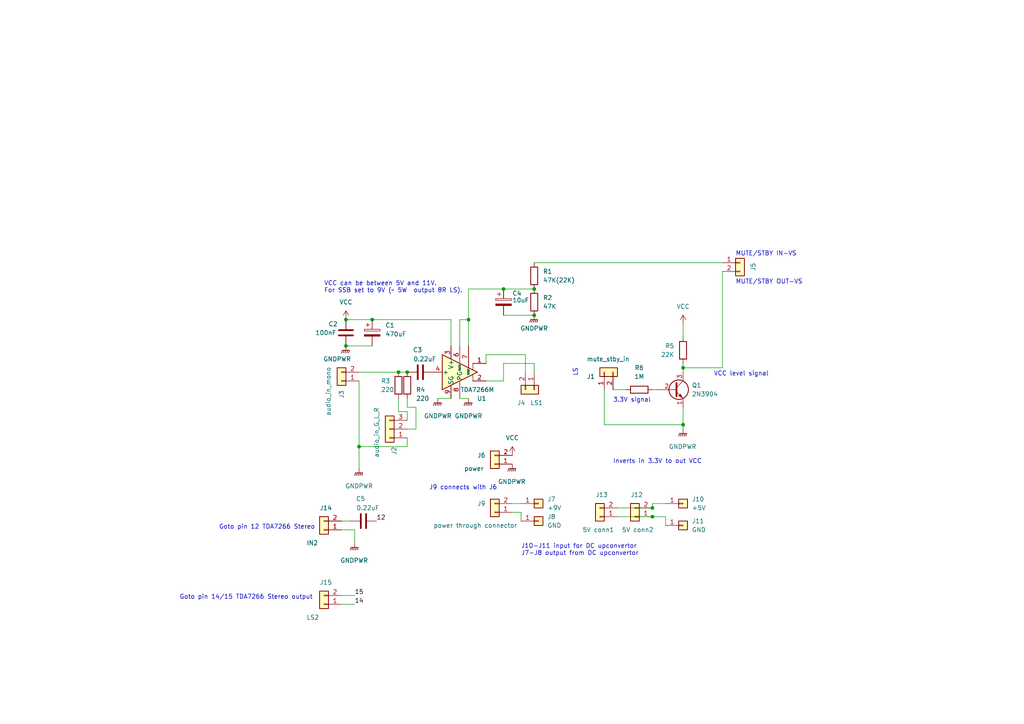
<source format=kicad_sch>
(kicad_sch (version 20211123) (generator eeschema)
  (paper "A4")
  (lib_symbols
    (symbol "Amplifier_Audio:TDA7266M" (pin_names (offset 0.127))
      (property "Reference" "U" (at 5.08 5.08 0))
      (property "Value" "TDA7266M" (at 5.08 -5.08 0))
      (symbol "TDA7266M_0_1"
        (polyline (pts (xy 3.81 -0.635) (xy 3.81 -2.54)))
        (polyline (pts (xy 3.81 2.54) (xy 3.81 0.635)))
        (polyline (pts (xy 5.08 0) (xy -5.08 5.08) (xy -5.08 -5.08) (xy 5.08 0)) (stroke (width 0.254)) (fill (type background)))
      )
      (symbol "TDA7266M_1_1"
        (pin output line (at 7.62 2.54 180) (length 3.81) (name "~") (number "1"))
        (pin no_connect line (at 0 2.54 270) (length 2.54) hide (name "NC") (number "10"))
        (pin no_connect line (at 2.54 2.54 270) (length 2.54) hide (name "NC") (number "11"))
        (pin no_connect line (at -2.54 -2.54 90) (length 2.54) hide (name "NC") (number "12"))
        (pin passive line (at -2.54 7.62 270) (length 3.81) hide (name "V+") (number "13"))
        (pin no_connect line (at 0 -2.54 90) (length 2.54) hide (name "NC") (number "14"))
        (pin no_connect line (at 2.54 -2.54 90) (length 2.54) hide (name "NC") (number "15"))
        (pin output line (at 7.62 -2.54 180) (length 3.81) (name "~") (number "2"))
        (pin power_in line (at -2.54 7.62 270) (length 3.81) (name "V+") (number "3"))
        (pin input line (at -7.62 0 0) (length 2.54) (name "+") (number "4"))
        (pin no_connect line (at -2.54 2.54 270) (length 2.54) hide (name "NC") (number "5"))
        (pin input line (at 0 7.62 270) (length 5.08) (name "MUTE") (number "6"))
        (pin input line (at 2.54 7.62 270) (length 6.35) (name "STBY") (number "7"))
        (pin power_in line (at 0 -7.62 90) (length 5.08) (name "PG") (number "8"))
        (pin power_in line (at -2.54 -7.62 90) (length 3.81) (name "SG") (number "9"))
      )
    )
    (symbol "Connector_Generic:Conn_01x01" (pin_names (offset 1.016) hide)
      (property "Reference" "J" (at 0 2.54 0))
      (property "Value" "Conn_01x01" (at 0 -2.54 0))
      (symbol "Conn_01x01_1_1"
        (rectangle (start -1.27 0.127) (end 0 -0.127) (stroke (width 0.1524)))
        (rectangle (start -1.27 1.27) (end 1.27 -1.27) (stroke (width 0.254)) (fill (type background)))
        (pin passive line (at -5.08 0 0) (length 3.81) (name "Pin_1") (number "1"))
      )
    )
    (symbol "Connector_Generic:Conn_01x02" (pin_names (offset 1.016) hide)
      (property "Reference" "J" (at 0 2.54 0))
      (property "Value" "Conn_01x02" (at 0 -5.08 0))
      (symbol "Conn_01x02_1_1"
        (rectangle (start -1.27 -2.413) (end 0 -2.667) (stroke (width 0.1524)))
        (rectangle (start -1.27 0.127) (end 0 -0.127) (stroke (width 0.1524)))
        (rectangle (start -1.27 1.27) (end 1.27 -3.81) (stroke (width 0.254)) (fill (type background)))
        (pin passive line (at -5.08 0 0) (length 3.81) (name "Pin_1") (number "1"))
        (pin passive line (at -5.08 -2.54 0) (length 3.81) (name "Pin_2") (number "2"))
      )
    )
    (symbol "Connector_Generic:Conn_01x03" (pin_names (offset 1.016) hide)
      (property "Reference" "J" (at 0 5.08 0))
      (property "Value" "Conn_01x03" (at 0 -5.08 0))
      (symbol "Conn_01x03_1_1"
        (rectangle (start -1.27 -2.413) (end 0 -2.667) (stroke (width 0.1524)))
        (rectangle (start -1.27 0.127) (end 0 -0.127) (stroke (width 0.1524)))
        (rectangle (start -1.27 2.667) (end 0 2.413) (stroke (width 0.1524)))
        (rectangle (start -1.27 3.81) (end 1.27 -3.81) (stroke (width 0.254)) (fill (type background)))
        (pin passive line (at -5.08 2.54 0) (length 3.81) (name "Pin_1") (number "1"))
        (pin passive line (at -5.08 0 0) (length 3.81) (name "Pin_2") (number "2"))
        (pin passive line (at -5.08 -2.54 0) (length 3.81) (name "Pin_3") (number "3"))
      )
    )
    (symbol "Device:C" (pin_numbers hide) (pin_names (offset 0.254))
      (property "Reference" "C" (at 0.635 2.54 0))
      (property "Value" "C" (at 0.635 -2.54 0))
      (symbol "C_0_1"
        (polyline (pts (xy -2.032 -0.762) (xy 2.032 -0.762)) (stroke (width 0.508)))
        (polyline (pts (xy -2.032 0.762) (xy 2.032 0.762)) (stroke (width 0.508)))
      )
      (symbol "C_1_1"
        (pin passive line (at 0 3.81 270) (length 2.794) (name "~") (number "1"))
        (pin passive line (at 0 -3.81 90) (length 2.794) (name "~") (number "2"))
      )
    )
    (symbol "Device:C_Polarized" (pin_numbers hide) (pin_names (offset 0.254))
      (property "Reference" "C" (at 0.635 2.54 0))
      (property "Value" "C_Polarized" (at 0.635 -2.54 0))
      (symbol "C_Polarized_0_1"
        (rectangle (start -2.286 0.508) (end 2.286 1.016))
        (polyline (pts (xy -1.778 2.286) (xy -0.762 2.286)))
        (polyline (pts (xy -1.27 2.794) (xy -1.27 1.778)))
        (rectangle (start 2.286 -0.508) (end -2.286 -1.016) (fill (type outline)))
      )
      (symbol "C_Polarized_1_1"
        (pin passive line (at 0 3.81 270) (length 2.794) (name "~") (number "1"))
        (pin passive line (at 0 -3.81 90) (length 2.794) (name "~") (number "2"))
      )
    )
    (symbol "Device:R" (pin_numbers hide) (pin_names (offset 0))
      (property "Reference" "R" (at 2.032 0 90))
      (property "Value" "R" (at 0 0 90))
      (symbol "R_0_1"
        (rectangle (start -1.016 -2.54) (end 1.016 2.54) (stroke (width 0.254)))
      )
      (symbol "R_1_1"
        (pin passive line (at 0 3.81 270) (length 1.27) (name "~") (number "1"))
        (pin passive line (at 0 -3.81 90) (length 1.27) (name "~") (number "2"))
      )
    )
    (symbol "Transistor_BJT:2N3904" (pin_names (offset 0) hide)
      (property "Reference" "Q" (at 5.08 1.905 0))
      (property "Value" "2N3904" (at 5.08 0 0))
      (symbol "2N3904_0_1"
        (polyline (pts (xy 0.635 0.635) (xy 2.54 2.54)))
        (polyline (pts (xy 0.635 -0.635) (xy 2.54 -2.54) (xy 2.54 -2.54)))
        (polyline (pts (xy 0.635 1.905) (xy 0.635 -1.905) (xy 0.635 -1.905)) (stroke (width 0.508)))
        (polyline (pts (xy 1.27 -1.778) (xy 1.778 -1.27) (xy 2.286 -2.286) (xy 1.27 -1.778) (xy 1.27 -1.778)) (fill (type outline)))
        (circle (center 1.27 0) (radius 2.8194) (stroke (width 0.254)))
      )
      (symbol "2N3904_1_1"
        (pin passive line (at 2.54 -5.08 90) (length 2.54) (name "E") (number "1"))
        (pin passive line (at -5.08 0 0) (length 5.715) (name "B") (number "2"))
        (pin passive line (at 2.54 5.08 270) (length 2.54) (name "C") (number "3"))
      )
    )
    (symbol "power:GNDPWR" (power) (pin_names (offset 0))
      (property "Value" "GNDPWR" (at 0 -3.302 0))
      (symbol "GNDPWR_0_1"
        (polyline (pts (xy 0 -1.27) (xy 0 0)))
        (polyline (pts (xy -1.016 -1.27) (xy -1.27 -2.032) (xy -1.27 -2.032)) (stroke (width 0.2032)))
        (polyline (pts (xy -0.508 -1.27) (xy -0.762 -2.032) (xy -0.762 -2.032)) (stroke (width 0.2032)))
        (polyline (pts (xy 0 -1.27) (xy -0.254 -2.032) (xy -0.254 -2.032)) (stroke (width 0.2032)))
        (polyline (pts (xy 0.508 -1.27) (xy 0.254 -2.032) (xy 0.254 -2.032)) (stroke (width 0.2032)))
        (polyline (pts (xy 1.016 -1.27) (xy -1.016 -1.27) (xy -1.016 -1.27)) (stroke (width 0.2032)))
        (polyline (pts (xy 1.016 -1.27) (xy 0.762 -2.032) (xy 0.762 -2.032) (xy 0.762 -2.032)) (stroke (width 0.2032)))
      )
      (symbol "GNDPWR_1_1"
        (pin power_in line (at 0 0 270) (length 0) hide (name "GNDPWR") (number "1"))
      )
    )
    (symbol "power:VCC" (power) (pin_names (offset 0))
      (property "Value" "VCC" (at 0 3.81 0))
      (symbol "VCC_0_1"
        (polyline (pts (xy -0.762 1.27) (xy 0 2.54)))
        (polyline (pts (xy 0 0) (xy 0 2.54)))
        (polyline (pts (xy 0 2.54) (xy 0.762 1.27)))
      )
      (symbol "VCC_1_1"
        (pin power_in line (at 0 0 90) (length 0) hide (name "VCC") (number "1"))
      )
    )
  )
  (junction (at 100.33 100.33))
  (junction (at 104.14 129.54))
  (junction (at 198.12 106.68))
  (junction (at 189.23 149.86))
  (junction (at 118.11 107.95))
  (junction (at 107.95 92.71))
  (junction (at 189.23 147.32))
  (junction (at 154.94 91.44))
  (junction (at 154.94 83.82))
  (junction (at 146.05 83.82))
  (junction (at 135.89 92.71))
  (junction (at 198.12 123.19))
  (junction (at 100.33 92.71))
  (junction (at 115.57 107.95))
  (wire (pts (xy 135.89 83.82) (xy 146.05 83.82)))
  (wire (pts (xy 146.05 110.49) (xy 146.05 105.41)))
  (wire (pts (xy 104.14 107.95) (xy 115.57 107.95)))
  (wire (pts (xy 175.26 123.19) (xy 198.12 123.19)))
  (wire (pts (xy 189.23 146.05) (xy 189.23 147.32)))
  (wire (pts (xy 135.89 115.57) (xy 133.35 115.57)))
  (wire (pts (xy 133.35 92.71) (xy 135.89 92.71)))
  (wire (pts (xy 100.33 100.33) (xy 107.95 100.33)))
  (wire (pts (xy 99.06 172.72) (xy 102.87 172.72)))
  (wire (pts (xy 209.55 78.74) (xy 209.55 106.68)))
  (wire (pts (xy 146.05 91.44) (xy 154.94 91.44)))
  (wire (pts (xy 115.57 119.38) (xy 115.57 115.57)))
  (wire (pts (xy 118.11 124.46) (xy 120.65 124.46)))
  (wire (pts (xy 179.07 147.32) (xy 189.23 147.32)))
  (wire (pts (xy 99.06 151.13) (xy 101.6 151.13)))
  (wire (pts (xy 198.12 118.11) (xy 198.12 123.19)))
  (wire (pts (xy 107.95 92.71) (xy 100.33 92.71)))
  (wire (pts (xy 193.04 149.86) (xy 189.23 149.86)))
  (wire (pts (xy 102.87 153.67) (xy 99.06 153.67)))
  (wire (pts (xy 135.89 100.33) (xy 135.89 92.71)))
  (wire (pts (xy 190.5 113.03) (xy 189.23 113.03)))
  (wire (pts (xy 115.57 107.95) (xy 118.11 107.95)))
  (wire (pts (xy 198.12 93.98) (xy 198.12 97.79)))
  (wire (pts (xy 154.94 105.41) (xy 154.94 107.95)))
  (wire (pts (xy 175.26 113.03) (xy 175.26 123.19)))
  (wire (pts (xy 130.81 92.71) (xy 107.95 92.71)))
  (wire (pts (xy 177.8 113.03) (xy 181.61 113.03)))
  (wire (pts (xy 104.14 129.54) (xy 118.11 129.54)))
  (wire (pts (xy 140.97 105.41) (xy 140.97 102.87)))
  (wire (pts (xy 130.81 100.33) (xy 130.81 92.71)))
  (wire (pts (xy 146.05 105.41) (xy 154.94 105.41)))
  (wire (pts (xy 152.4 102.87) (xy 152.4 107.95)))
  (wire (pts (xy 140.97 102.87) (xy 152.4 102.87)))
  (wire (pts (xy 135.89 92.71) (xy 135.89 83.82)))
  (wire (pts (xy 118.11 129.54) (xy 118.11 127)))
  (wire (pts (xy 193.04 152.4) (xy 193.04 149.86)))
  (wire (pts (xy 154.94 76.2) (xy 209.55 76.2)))
  (wire (pts (xy 146.05 83.82) (xy 154.94 83.82)))
  (wire (pts (xy 118.11 119.38) (xy 115.57 119.38)))
  (wire (pts (xy 193.04 146.05) (xy 189.23 146.05)))
  (wire (pts (xy 198.12 123.19) (xy 198.12 124.46)))
  (wire (pts (xy 151.13 146.05) (xy 148.59 146.05)))
  (wire (pts (xy 148.59 148.59) (xy 151.13 148.59)))
  (wire (pts (xy 120.65 118.11) (xy 118.11 118.11)))
  (wire (pts (xy 102.87 157.48) (xy 102.87 153.67)))
  (wire (pts (xy 140.97 110.49) (xy 146.05 110.49)))
  (wire (pts (xy 118.11 121.92) (xy 118.11 119.38)))
  (wire (pts (xy 127 115.57) (xy 130.81 115.57)))
  (wire (pts (xy 179.07 149.86) (xy 189.23 149.86)))
  (wire (pts (xy 99.06 175.26) (xy 102.87 175.26)))
  (wire (pts (xy 198.12 106.68) (xy 198.12 107.95)))
  (wire (pts (xy 118.11 118.11) (xy 118.11 115.57)))
  (wire (pts (xy 120.65 124.46) (xy 120.65 118.11)))
  (wire (pts (xy 151.13 151.13) (xy 151.13 148.59)))
  (wire (pts (xy 198.12 105.41) (xy 198.12 106.68)))
  (wire (pts (xy 104.14 110.49) (xy 104.14 129.54)))
  (wire (pts (xy 104.14 129.54) (xy 104.14 135.89)))
  (wire (pts (xy 133.35 100.33) (xy 133.35 92.71)))
  (wire (pts (xy 198.12 106.68) (xy 209.55 106.68)))
  (text "VCC level signal" (at 207.01 109.22 0) (effects (font (size 1.27 1.27)) (justify left bottom)))
  (text "Goto pin 12 TDA7266 Stereo" (at 63.5 153.67 0) (effects (font (size 1.27 1.27)) (justify left bottom)))
  (text "MUTE/STBY OUT-VS" (at 213.36 82.55 0) (effects (font (size 1.27 1.27)) (justify left bottom)))
  (text "VCC can be between 5V and 11V.\nFor SSB set to 9V (~ 5W  output 8R LS)." (at 93.98 85.09 0) (effects (font (size 1.27 1.27)) (justify left bottom)))
  (text "MUTE/STBY IN-VS" (at 213.3414 74.3965 0) (effects (font (size 1.27 1.27)) (justify left bottom)))
  (text "J9 connects with J6" (at 124.46 142.24 0) (effects (font (size 1.27 1.27)) (justify left bottom)))
  (text "Inverts in 3.3V to out VCC" (at 177.8 134.62 0) (effects (font (size 1.27 1.27)) (justify left bottom)))
  (text "3.3V signal" (at 177.8 116.84 0) (effects (font (size 1.27 1.27)) (justify left bottom)))
  (text "Goto pin 14/15 TDA7266 Stereo output" (at 52.07 173.99 0) (effects (font (size 1.27 1.27)) (justify left bottom)))
  (text "LS" (at 167.64 109.22 90) (effects (font (size 1.27 1.27)) (justify left bottom)))
  (text "J10-J11 input for DC upconvertor\nJ7-J8 output from DC upconvertor" (at 151.13 161.29 0) (effects (font (size 1.27 1.27)) (justify left bottom)))
  (label "15" (at 102.87 172.72 0))
  (label "12" (at 109.22 151.13 0))
  (label "14" (at 102.87 175.26 0))
  (symbol (lib_id "power:VCC") (at 148.59 132.08 0) (unit 1)
    (property "Reference" "#PWR0109" (effects hide))
    (property "Value" "VCC" (at 148.59 127 0))
  )
  (symbol (lib_id "Device:R") (at 115.57 111.76 0) (unit 1)
    (property "Reference" "R3" (at 110.49 110.49 0) (effects (justify left)))
    (property "Value" "220" (at 110.49 113.03 0) (effects (justify left)))
    (property "Footprint" "Resistor_THT:R_Axial_DIN0207_L6.3mm_D2.5mm_P7.62mm_Horizontal" (effects hide))
  )
  (symbol (lib_id "power:VCC") (at 100.33 92.71 0) (unit 1)
    (property "Reference" "#PWR0106" (effects hide))
    (property "Value" "VCC" (at 100.33 87.63 0))
  )
  (symbol (lib_id "Device:R") (at 185.42 113.03 270) (mirror x) (unit 1)
    (property "Reference" "R6" (at 185.42 106.68 90))
    (property "Value" "1M" (at 185.42 109.22 90))
    (property "Footprint" "Resistor_THT:R_Axial_DIN0207_L6.3mm_D2.5mm_P7.62mm_Horizontal" (effects hide))
  )
  (symbol (lib_id "Connector_Generic:Conn_01x01") (at 198.12 152.4 0) (unit 1)
    (property "Reference" "J11" (at 200.66 151.1299 0) (effects (justify left)))
    (property "Value" "GND" (at 200.66 153.6699 0) (effects (justify left)))
    (property "Footprint" "Connector_PinHeader_2.54mm:PinHeader_1x01_P2.54mm_Vertical" (effects hide))
  )
  (symbol (lib_id "Transistor_BJT:2N3904") (at 195.58 113.03 0) (unit 1)
    (property "Reference" "Q1" (at 200.66 111.7599 0) (effects (justify left)))
    (property "Value" "2N3904" (at 200.66 114.2999 0) (effects (justify left)))
    (property "Footprint" "Package_TO_SOT_THT:TO-92_Inline" (effects hide))
    (property "Datasheet" "https://www.onsemi.com/pub/Collateral/2N3903-D.PDF" (effects hide))
  )
  (symbol (lib_id "power:GNDPWR") (at 135.89 115.57 0) (unit 1)
    (property "Reference" "#PWR0101" (effects hide))
    (property "Value" "GNDPWR" (at 135.89 120.65 0))
  )
  (symbol (lib_id "Device:C") (at 121.92 107.95 90) (unit 1)
    (property "Reference" "C3" (at 121.0989 101.4852 90))
    (property "Value" "0.22uF" (at 123.19 104.14 90))
    (property "Footprint" "Capacitor_THT:C_Rect_L4.6mm_W2.0mm_P2.50mm_MKS02_FKP02" (effects hide))
  )
  (symbol (lib_id "power:GNDPWR") (at 127 115.57 0) (unit 1)
    (property "Reference" "#PWR0102" (effects hide))
    (property "Value" "GNDPWR" (at 127 120.65 0))
  )
  (symbol (lib_id "power:GNDPWR") (at 198.12 124.46 0) (unit 1)
    (property "Reference" "#PWR0108" (effects hide))
    (property "Value" "GNDPWR" (at 197.993 129.54 0))
  )
  (symbol (lib_id "Connector_Generic:Conn_01x03") (at 113.03 124.46 180) (unit 1)
    (property "Reference" "J2" (at 114.3001 129.54 90) (effects (justify left)))
    (property "Value" "audio_in_G_L_R" (at 109.22 118.11 90) (effects (justify left)))
    (property "Footprint" "Connector_PinHeader_2.00mm:PinHeader_1x03_P2.00mm_Vertical" (effects hide))
  )
  (symbol (lib_id "Connector_Generic:Conn_01x02") (at 173.99 149.86 180) (unit 1)
    (property "Reference" "J13" (at 172.72 143.51 0) (effects (justify right)))
    (property "Value" "5V conn1" (at 168.91 153.67 0) (effects (justify right)))
    (property "Footprint" "Connector_PinHeader_2.00mm:PinHeader_1x02_P2.00mm_Vertical" (effects hide))
  )
  (symbol (lib_id "power:GNDPWR") (at 100.33 100.33 0) (unit 1)
    (property "Reference" "#PWR0107" (effects hide))
    (property "Value" "GNDPWR" (at 97.79 104.14 0))
  )
  (symbol (lib_id "Connector_Generic:Conn_01x01") (at 156.21 151.13 0) (unit 1)
    (property "Reference" "J8" (at 158.75 149.8599 0) (effects (justify left)))
    (property "Value" "GND" (at 158.75 152.3999 0) (effects (justify left)))
    (property "Footprint" "Connector_PinHeader_2.54mm:PinHeader_1x01_P2.54mm_Vertical" (effects hide))
  )
  (symbol (lib_id "power:GNDPWR") (at 102.87 157.48 0) (unit 1)
    (property "Reference" "#PWR0111" (effects hide))
    (property "Value" "GNDPWR" (at 102.743 162.56 0))
  )
  (symbol (lib_id "power:GNDPWR") (at 104.14 135.89 0) (unit 1)
    (property "Reference" "#PWR0104" (effects hide))
    (property "Value" "GNDPWR" (at 104.14 140.97 0))
  )
  (symbol (lib_id "power:GNDPWR") (at 148.59 134.62 0) (unit 1)
    (property "Reference" "#PWR0110" (effects hide))
    (property "Value" "GNDPWR" (at 148.463 139.7 0))
  )
  (symbol (lib_id "Device:C") (at 105.41 151.13 90) (unit 1)
    (property "Reference" "C5" (at 104.5889 144.6652 90))
    (property "Value" "0.22uF" (at 106.68 147.32 90))
    (property "Footprint" "Capacitor_THT:C_Rect_L4.6mm_W2.0mm_P2.50mm_MKS02_FKP02" (effects hide))
  )
  (symbol (lib_id "Connector_Generic:Conn_01x02") (at 99.06 110.49 180) (unit 1)
    (property "Reference" "J3" (at 99.06 115.57 90) (effects (justify right)))
    (property "Value" "audio_in_mono" (at 95.25 120.65 90) (effects (justify right)))
    (property "Footprint" "Connector_PinHeader_2.00mm:PinHeader_1x02_P2.00mm_Vertical" (effects hide))
  )
  (symbol (lib_id "Connector_Generic:Conn_01x02") (at 154.94 113.03 270) (unit 1)
    (property "Reference" "J4" (at 152.4 116.84 90) (effects (justify right)))
    (property "Value" "LS1" (at 157.48 116.84 90) (effects (justify right)))
    (property "Footprint" "Connector_PinHeader_2.00mm:PinHeader_1x02_P2.00mm_Vertical" (effects hide))
  )
  (symbol (lib_id "Device:C_Polarized") (at 107.95 96.52 0) (unit 1)
    (property "Reference" "C1" (at 111.76 94.3609 0) (effects (justify left)))
    (property "Value" "470uF" (at 111.76 96.9009 0) (effects (justify left)))
    (property "Footprint" "Capacitor_THT:C_Radial_D6.3mm_H11.0mm_P2.50mm" (effects hide))
  )
  (symbol (lib_id "Connector_Generic:Conn_01x02") (at 214.63 76.2 0) (unit 1)
    (property "Reference" "J5" (at 218.44 76.2 90) (effects (justify right)))
    (property "Value" "Conn_01x02" (effects hide))
    (property "Footprint" "Connector_PinHeader_2.00mm:PinHeader_1x02_P2.00mm_Vertical" (effects hide))
  )
  (symbol (lib_id "Connector_Generic:Conn_01x02") (at 93.98 175.26 180) (unit 1)
    (property "Reference" "J15" (at 92.71 168.91 0) (effects (justify right)))
    (property "Value" "LS2" (at 88.9 179.07 0) (effects (justify right)))
    (property "Footprint" "Connector_PinHeader_2.00mm:PinHeader_1x02_P2.00mm_Vertical" (effects hide))
  )
  (symbol (lib_id "Device:R") (at 154.94 80.01 0) (unit 1)
    (property "Reference" "R1" (at 157.48 78.7399 0) (effects (justify left)))
    (property "Value" "47K(22K)" (at 157.48 81.2799 0) (effects (justify left)))
    (property "Footprint" "Resistor_THT:R_Axial_DIN0207_L6.3mm_D2.5mm_P7.62mm_Horizontal" (effects hide))
  )
  (symbol (lib_id "Connector_Generic:Conn_01x02") (at 143.51 134.62 180) (unit 1)
    (property "Reference" "J6" (at 138.43 132.08 0) (effects (justify right)))
    (property "Value" "power" (at 134.62 135.89 0) (effects (justify right)))
    (property "Footprint" "Connector_PinHeader_2.00mm:PinHeader_1x02_P2.00mm_Vertical" (effects hide))
  )
  (symbol (lib_id "Connector_Generic:Conn_01x02") (at 175.26 107.95 90) (unit 1)
    (property "Reference" "J1" (at 170.18 109.22 90) (effects (justify right)))
    (property "Value" "mute_stby_in" (at 170.18 104.14 90) (effects (justify right)))
    (property "Footprint" "Connector_PinHeader_2.00mm:PinHeader_1x02_P2.00mm_Vertical" (effects hide))
  )
  (symbol (lib_id "Connector_Generic:Conn_01x01") (at 198.12 146.05 0) (unit 1)
    (property "Reference" "J10" (at 200.66 144.7799 0) (effects (justify left)))
    (property "Value" "+5V" (at 200.66 147.3199 0) (effects (justify left)))
    (property "Footprint" "Connector_PinHeader_2.54mm:PinHeader_1x01_P2.54mm_Vertical" (effects hide))
  )
  (symbol (lib_id "power:GNDPWR") (at 154.94 91.44 0) (unit 1)
    (property "Reference" "#PWR0103" (effects hide))
    (property "Value" "GNDPWR" (at 154.94 95.25 0))
  )
  (symbol (lib_id "Device:R") (at 118.11 111.76 0) (unit 1)
    (property "Reference" "R4" (at 120.65 113.03 0) (effects (justify left)))
    (property "Value" "220" (at 120.65 115.57 0) (effects (justify left)))
    (property "Footprint" "Resistor_THT:R_Axial_DIN0207_L6.3mm_D2.5mm_P7.62mm_Horizontal" (effects hide))
  )
  (symbol (lib_id "Device:R") (at 198.12 101.6 0) (mirror y) (unit 1)
    (property "Reference" "R5" (at 195.58 100.3299 0) (effects (justify left)))
    (property "Value" "22K" (at 195.58 102.8699 0) (effects (justify left)))
    (property "Footprint" "Resistor_THT:R_Axial_DIN0207_L6.3mm_D2.5mm_P7.62mm_Horizontal" (effects hide))
  )
  (symbol (lib_id "Connector_Generic:Conn_01x02") (at 143.51 148.59 180) (unit 1)
    (property "Reference" "J9" (at 138.43 146.05 0) (effects (justify right)))
    (property "Value" "power through connector" (at 125.73 152.4 0) (effects (justify right)))
    (property "Footprint" "Connector_PinHeader_2.00mm:PinHeader_1x02_P2.00mm_Vertical" (effects hide))
  )
  (symbol (lib_id "Amplifier_Audio:TDA7266M") (at 133.35 107.95 0) (unit 1)
    (property "Reference" "U1" (at 139.7 115.57 0))
    (property "Value" "TDA7266M" (at 138.43 113.03 0))
    (property "Footprint" "Package_TO_SOT_THT:TO-220-15_P2.54x2.54mm_StaggerOdd_Lead4.58mm_Vertical" (effects hide))
    (property "Datasheet" "http://www.st.com/resource/en/datasheet/tda7266m.pdf" (effects hide))
  )
  (symbol (lib_id "power:VCC") (at 198.12 93.98 0) (unit 1)
    (property "Reference" "#PWR0105" (effects hide))
    (property "Value" "VCC" (at 198.12 88.9 0))
  )
  (symbol (lib_id "Device:C_Polarized") (at 146.05 87.63 0) (unit 1)
    (property "Reference" "C4" (at 148.59 85.09 0) (effects (justify left)))
    (property "Value" "10uF" (at 148.59 86.36 0) (effects (justify left top)))
    (property "Footprint" "Capacitor_THT:C_Radial_D5.0mm_H11.0mm_P2.00mm" (effects hide))
  )
  (symbol (lib_id "Device:R") (at 154.94 87.63 0) (unit 1)
    (property "Reference" "R2" (at 157.48 86.3599 0) (effects (justify left)))
    (property "Value" "47K" (at 157.48 88.8999 0) (effects (justify left)))
    (property "Footprint" "Resistor_THT:R_Axial_DIN0207_L6.3mm_D2.5mm_P7.62mm_Horizontal" (effects hide))
  )
  (symbol (lib_id "Connector_Generic:Conn_01x02") (at 93.98 153.67 180) (unit 1)
    (property "Reference" "J14" (at 92.71 147.32 0) (effects (justify right)))
    (property "Value" "IN2" (at 88.9 157.48 0) (effects (justify right)))
    (property "Footprint" "Connector_PinHeader_2.00mm:PinHeader_1x02_P2.00mm_Vertical" (effects hide))
  )
  (symbol (lib_id "Connector_Generic:Conn_01x02") (at 184.15 149.86 180) (unit 1)
    (property "Reference" "J12" (at 182.88 143.51 0) (effects (justify right)))
    (property "Value" "5V conn2" (at 180.34 153.67 0) (effects (justify right)))
    (property "Footprint" "Connector_PinHeader_2.00mm:PinHeader_1x02_P2.00mm_Vertical" (effects hide))
  )
  (symbol (lib_id "Connector_Generic:Conn_01x01") (at 156.21 146.05 0) (unit 1)
    (property "Reference" "J7" (at 158.75 144.7799 0) (effects (justify left)))
    (property "Value" "+9V" (at 158.75 147.3199 0) (effects (justify left)))
    (property "Footprint" "Connector_PinHeader_2.54mm:PinHeader_1x01_P2.54mm_Vertical" (effects hide))
  )
  (symbol (lib_id "Device:C") (at 100.33 96.52 0) (unit 1)
    (property "Reference" "C2" (at 95.25 93.98 0) (effects (justify left)))
    (property "Value" "100nF" (at 91.44 96.52 0) (effects (justify left)))
    (property "Footprint" "Capacitor_THT:C_Rect_L4.6mm_W2.0mm_P2.50mm_MKS02_FKP02" (effects hide))
  )
)
</source>
